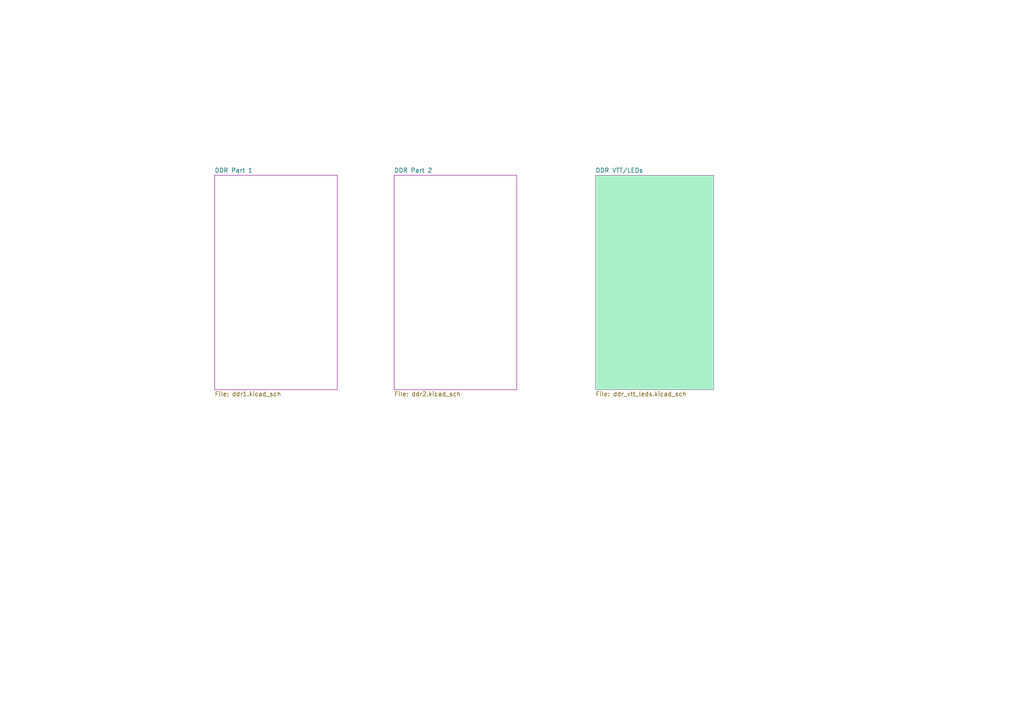
<source format=kicad_sch>
(kicad_sch (version 20210126) (generator eeschema)
  (paper "A4")
  (title_block (title "BeagleBone AI AM57x") (date "2021-01-15") (rev "Kicad-A1") (company "KiCad Services Corporation"))
  (lib_symbols)
  (sheet (at 62.23 50.8) (size 35.56 62.23) (stroke (width 0.001) (color 132 0 132 1)) (fill (color 255 255 255 0.0000))
    (property "Sheet name" "DDR Part 1" (at 62.23 50.1641 0) (effects (justify left bottom)))
    (property "Sheet file" "ddr1.kicad_sch" (at 62.23 113.5389 0) (effects (justify left top)))
  )
  (sheet (at 114.3 50.8) (size 35.56 62.23) (stroke (width 0.001) (color 132 0 132 1)) (fill (color 255 255 255 0.0000))
    (property "Sheet name" "DDR Part 2" (at 114.3 50.1641 0) (effects (justify left bottom)))
    (property "Sheet file" "ddr2.kicad_sch" (at 114.3 113.5389 0) (effects (justify left top)))
  )
  (sheet (at 172.72 50.8) (size 34.29 62.23) (stroke (width 0.001) (color 132 0 132 1)) (fill (color 169 239 199 1.0000))
    (property "Sheet name" "DDR VTT/LEDs" (at 172.72 50.1641 0) (effects (justify left bottom)))
    (property "Sheet file" "ddr_vtt_leds.kicad_sch" (at 172.72 113.5389 0) (effects (justify left top)))
  )
)
</source>
